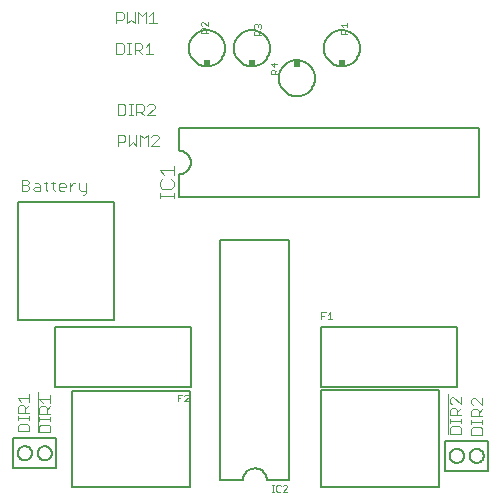
<source format=gto>
G75*
G70*
%OFA0B0*%
%FSLAX24Y24*%
%IPPOS*%
%LPD*%
%AMOC8*
5,1,8,0,0,1.08239X$1,22.5*
%
%ADD10C,0.0030*%
%ADD11C,0.0080*%
%ADD12C,0.0050*%
%ADD13C,0.0060*%
%ADD14C,0.0020*%
%ADD15R,0.0240X0.0230*%
%ADD16C,0.0040*%
D10*
X001118Y002217D02*
X001118Y002402D01*
X001180Y002464D01*
X001427Y002464D01*
X001488Y002402D01*
X001488Y002217D01*
X001118Y002217D01*
X001118Y002586D02*
X001118Y002709D01*
X001118Y002647D02*
X001488Y002647D01*
X001488Y002586D02*
X001488Y002709D01*
X001488Y002831D02*
X001118Y002831D01*
X001118Y003016D01*
X001180Y003078D01*
X001303Y003078D01*
X001365Y003016D01*
X001365Y002831D01*
X001365Y002954D02*
X001488Y003078D01*
X001488Y003199D02*
X001488Y003446D01*
X001488Y003323D02*
X001118Y003323D01*
X001241Y003199D01*
X001838Y003293D02*
X002208Y003293D01*
X002208Y003416D02*
X002208Y003169D01*
X002208Y003048D02*
X002085Y002924D01*
X002085Y002986D02*
X002085Y002801D01*
X002208Y002801D02*
X001838Y002801D01*
X001838Y002986D01*
X001900Y003048D01*
X002023Y003048D01*
X002085Y002986D01*
X001961Y003169D02*
X001838Y003293D01*
X001778Y003523D02*
X001778Y002172D01*
X001838Y002187D02*
X001838Y002372D01*
X001900Y002434D01*
X002147Y002434D01*
X002208Y002372D01*
X002208Y002187D01*
X001838Y002187D01*
X001838Y002556D02*
X001838Y002679D01*
X001838Y002617D02*
X002208Y002617D01*
X002208Y002556D02*
X002208Y002679D01*
X003275Y010104D02*
X003336Y010104D01*
X003398Y010166D01*
X003398Y010474D01*
X003398Y010227D02*
X003213Y010227D01*
X003151Y010289D01*
X003151Y010474D01*
X003029Y010474D02*
X002968Y010474D01*
X002844Y010351D01*
X002723Y010351D02*
X002476Y010351D01*
X002476Y010412D02*
X002538Y010474D01*
X002661Y010474D01*
X002723Y010412D01*
X002723Y010351D01*
X002661Y010227D02*
X002538Y010227D01*
X002476Y010289D01*
X002476Y010412D01*
X002354Y010474D02*
X002230Y010474D01*
X002292Y010536D02*
X002292Y010289D01*
X002354Y010227D01*
X002108Y010227D02*
X002047Y010289D01*
X002047Y010536D01*
X002108Y010474D02*
X001985Y010474D01*
X001863Y010412D02*
X001863Y010227D01*
X001678Y010227D01*
X001617Y010289D01*
X001678Y010351D01*
X001863Y010351D01*
X001863Y010412D02*
X001802Y010474D01*
X001678Y010474D01*
X001495Y010474D02*
X001433Y010412D01*
X001248Y010412D01*
X001248Y010227D02*
X001433Y010227D01*
X001495Y010289D01*
X001495Y010351D01*
X001433Y010412D01*
X001495Y010474D02*
X001495Y010536D01*
X001433Y010598D01*
X001248Y010598D01*
X001248Y010227D01*
X002844Y010227D02*
X002844Y010474D01*
X004458Y011727D02*
X004458Y012098D01*
X004643Y012098D01*
X004705Y012036D01*
X004705Y011912D01*
X004643Y011851D01*
X004458Y011851D01*
X004827Y011727D02*
X004827Y012098D01*
X005073Y012098D02*
X005073Y011727D01*
X004950Y011851D01*
X004827Y011727D01*
X005195Y011727D02*
X005195Y012098D01*
X005318Y011974D01*
X005442Y012098D01*
X005442Y011727D01*
X005563Y011727D02*
X005810Y011974D01*
X005810Y012036D01*
X005748Y012098D01*
X005625Y012098D01*
X005563Y012036D01*
X005563Y011727D02*
X005810Y011727D01*
X005687Y012747D02*
X005440Y012747D01*
X005687Y012994D01*
X005687Y013056D01*
X005626Y013118D01*
X005502Y013118D01*
X005440Y013056D01*
X005319Y013056D02*
X005319Y012932D01*
X005257Y012871D01*
X005072Y012871D01*
X005196Y012871D02*
X005319Y012747D01*
X005072Y012747D02*
X005072Y013118D01*
X005257Y013118D01*
X005319Y013056D01*
X004950Y013118D02*
X004827Y013118D01*
X004888Y013118D02*
X004888Y012747D01*
X004827Y012747D02*
X004950Y012747D01*
X004705Y012809D02*
X004705Y013056D01*
X004643Y013118D01*
X004458Y013118D01*
X004458Y012747D01*
X004643Y012747D01*
X004705Y012809D01*
X004767Y014787D02*
X004890Y014787D01*
X004828Y014787D02*
X004828Y015158D01*
X004767Y015158D02*
X004890Y015158D01*
X005012Y015158D02*
X005197Y015158D01*
X005259Y015096D01*
X005259Y014972D01*
X005197Y014911D01*
X005012Y014911D01*
X005136Y014911D02*
X005259Y014787D01*
X005380Y014787D02*
X005627Y014787D01*
X005504Y014787D02*
X005504Y015158D01*
X005380Y015034D01*
X005012Y015158D02*
X005012Y014787D01*
X004645Y014849D02*
X004645Y015096D01*
X004583Y015158D01*
X004398Y015158D01*
X004398Y014787D01*
X004583Y014787D01*
X004645Y014849D01*
X004767Y015807D02*
X004890Y015931D01*
X005013Y015807D01*
X005013Y016178D01*
X005135Y016178D02*
X005258Y016054D01*
X005382Y016178D01*
X005382Y015807D01*
X005503Y015807D02*
X005750Y015807D01*
X005627Y015807D02*
X005627Y016178D01*
X005503Y016054D01*
X005135Y016178D02*
X005135Y015807D01*
X004767Y015807D02*
X004767Y016178D01*
X004645Y016116D02*
X004645Y015992D01*
X004583Y015931D01*
X004398Y015931D01*
X004398Y015807D02*
X004398Y016178D01*
X004583Y016178D01*
X004645Y016116D01*
X015458Y003463D02*
X015458Y002112D01*
X015518Y002127D02*
X015518Y002312D01*
X015580Y002374D01*
X015827Y002374D01*
X015888Y002312D01*
X015888Y002127D01*
X015518Y002127D01*
X015518Y002496D02*
X015518Y002619D01*
X015518Y002557D02*
X015888Y002557D01*
X015888Y002496D02*
X015888Y002619D01*
X015888Y002741D02*
X015518Y002741D01*
X015518Y002926D01*
X015580Y002988D01*
X015703Y002988D01*
X015765Y002926D01*
X015765Y002741D01*
X015765Y002864D02*
X015888Y002988D01*
X015888Y003109D02*
X015641Y003356D01*
X015580Y003356D01*
X015518Y003294D01*
X015518Y003171D01*
X015580Y003109D01*
X015888Y003109D02*
X015888Y003356D01*
X016238Y003264D02*
X016238Y003141D01*
X016300Y003079D01*
X016300Y002958D02*
X016423Y002958D01*
X016485Y002896D01*
X016485Y002711D01*
X016608Y002711D02*
X016238Y002711D01*
X016238Y002896D01*
X016300Y002958D01*
X016485Y002834D02*
X016608Y002958D01*
X016608Y003079D02*
X016361Y003326D01*
X016300Y003326D01*
X016238Y003264D01*
X016608Y003326D02*
X016608Y003079D01*
X016608Y002589D02*
X016608Y002466D01*
X016608Y002527D02*
X016238Y002527D01*
X016238Y002466D02*
X016238Y002589D01*
X016300Y002344D02*
X016238Y002282D01*
X016238Y002097D01*
X016608Y002097D01*
X016608Y002282D01*
X016547Y002344D01*
X016300Y002344D01*
D11*
X000963Y001992D02*
X000963Y000972D01*
X002403Y000972D01*
X002403Y001992D01*
X000963Y001992D01*
X001119Y001482D02*
X001121Y001512D01*
X001127Y001541D01*
X001136Y001570D01*
X001149Y001597D01*
X001165Y001622D01*
X001185Y001645D01*
X001207Y001665D01*
X001232Y001682D01*
X001258Y001696D01*
X001286Y001706D01*
X001316Y001713D01*
X001345Y001716D01*
X001375Y001715D01*
X001405Y001710D01*
X001434Y001702D01*
X001461Y001689D01*
X001487Y001674D01*
X001510Y001655D01*
X001531Y001634D01*
X001549Y001610D01*
X001564Y001584D01*
X001575Y001556D01*
X001583Y001527D01*
X001587Y001497D01*
X001587Y001467D01*
X001583Y001437D01*
X001575Y001408D01*
X001564Y001380D01*
X001549Y001354D01*
X001531Y001330D01*
X001510Y001309D01*
X001487Y001290D01*
X001461Y001275D01*
X001434Y001262D01*
X001405Y001254D01*
X001375Y001249D01*
X001345Y001248D01*
X001316Y001251D01*
X001286Y001258D01*
X001258Y001268D01*
X001232Y001282D01*
X001207Y001299D01*
X001185Y001319D01*
X001165Y001342D01*
X001149Y001367D01*
X001136Y001394D01*
X001127Y001423D01*
X001121Y001452D01*
X001119Y001482D01*
X001779Y001482D02*
X001781Y001512D01*
X001787Y001541D01*
X001796Y001570D01*
X001809Y001597D01*
X001825Y001622D01*
X001845Y001645D01*
X001867Y001665D01*
X001892Y001682D01*
X001918Y001696D01*
X001946Y001706D01*
X001976Y001713D01*
X002005Y001716D01*
X002035Y001715D01*
X002065Y001710D01*
X002094Y001702D01*
X002121Y001689D01*
X002147Y001674D01*
X002170Y001655D01*
X002191Y001634D01*
X002209Y001610D01*
X002224Y001584D01*
X002235Y001556D01*
X002243Y001527D01*
X002247Y001497D01*
X002247Y001467D01*
X002243Y001437D01*
X002235Y001408D01*
X002224Y001380D01*
X002209Y001354D01*
X002191Y001330D01*
X002170Y001309D01*
X002147Y001290D01*
X002121Y001275D01*
X002094Y001262D01*
X002065Y001254D01*
X002035Y001249D01*
X002005Y001248D01*
X001976Y001251D01*
X001946Y001258D01*
X001918Y001268D01*
X001892Y001282D01*
X001867Y001299D01*
X001845Y001319D01*
X001825Y001342D01*
X001809Y001367D01*
X001796Y001394D01*
X001787Y001423D01*
X001781Y001452D01*
X001779Y001482D01*
X015363Y001902D02*
X015363Y000882D01*
X016803Y000882D01*
X016803Y001902D01*
X015363Y001902D01*
X015519Y001392D02*
X015521Y001422D01*
X015527Y001451D01*
X015536Y001480D01*
X015549Y001507D01*
X015565Y001532D01*
X015585Y001555D01*
X015607Y001575D01*
X015632Y001592D01*
X015658Y001606D01*
X015686Y001616D01*
X015716Y001623D01*
X015745Y001626D01*
X015775Y001625D01*
X015805Y001620D01*
X015834Y001612D01*
X015861Y001599D01*
X015887Y001584D01*
X015910Y001565D01*
X015931Y001544D01*
X015949Y001520D01*
X015964Y001494D01*
X015975Y001466D01*
X015983Y001437D01*
X015987Y001407D01*
X015987Y001377D01*
X015983Y001347D01*
X015975Y001318D01*
X015964Y001290D01*
X015949Y001264D01*
X015931Y001240D01*
X015910Y001219D01*
X015887Y001200D01*
X015861Y001185D01*
X015834Y001172D01*
X015805Y001164D01*
X015775Y001159D01*
X015745Y001158D01*
X015716Y001161D01*
X015686Y001168D01*
X015658Y001178D01*
X015632Y001192D01*
X015607Y001209D01*
X015585Y001229D01*
X015565Y001252D01*
X015549Y001277D01*
X015536Y001304D01*
X015527Y001333D01*
X015521Y001362D01*
X015519Y001392D01*
X016179Y001392D02*
X016181Y001422D01*
X016187Y001451D01*
X016196Y001480D01*
X016209Y001507D01*
X016225Y001532D01*
X016245Y001555D01*
X016267Y001575D01*
X016292Y001592D01*
X016318Y001606D01*
X016346Y001616D01*
X016376Y001623D01*
X016405Y001626D01*
X016435Y001625D01*
X016465Y001620D01*
X016494Y001612D01*
X016521Y001599D01*
X016547Y001584D01*
X016570Y001565D01*
X016591Y001544D01*
X016609Y001520D01*
X016624Y001494D01*
X016635Y001466D01*
X016643Y001437D01*
X016647Y001407D01*
X016647Y001377D01*
X016643Y001347D01*
X016635Y001318D01*
X016624Y001290D01*
X016609Y001264D01*
X016591Y001240D01*
X016570Y001219D01*
X016547Y001200D01*
X016521Y001185D01*
X016494Y001172D01*
X016465Y001164D01*
X016435Y001159D01*
X016405Y001158D01*
X016376Y001161D01*
X016346Y001168D01*
X016318Y001178D01*
X016292Y001192D01*
X016267Y001209D01*
X016245Y001229D01*
X016225Y001252D01*
X016209Y001277D01*
X016196Y001304D01*
X016187Y001333D01*
X016181Y001362D01*
X016179Y001392D01*
D12*
X015147Y000343D02*
X015147Y003572D01*
X011210Y003572D01*
X011210Y000343D01*
X015147Y000343D01*
X015750Y003687D02*
X015750Y005697D01*
X011229Y005697D01*
X011229Y003687D01*
X015750Y003687D01*
X006878Y003687D02*
X002357Y003687D01*
X002357Y005697D01*
X006878Y005697D01*
X006878Y003687D01*
X006865Y003571D02*
X006865Y000342D01*
X002928Y000342D01*
X002928Y003571D01*
X006865Y003571D01*
X004341Y005934D02*
X001113Y005934D01*
X001113Y009871D01*
X004341Y009871D01*
X004341Y005934D01*
D13*
X007872Y008579D02*
X010172Y008579D01*
X010172Y000579D01*
X009422Y000579D01*
X009420Y000618D01*
X009414Y000657D01*
X009405Y000695D01*
X009392Y000732D01*
X009375Y000768D01*
X009355Y000801D01*
X009331Y000833D01*
X009305Y000862D01*
X009276Y000888D01*
X009244Y000912D01*
X009211Y000932D01*
X009175Y000949D01*
X009138Y000962D01*
X009100Y000971D01*
X009061Y000977D01*
X009022Y000979D01*
X008983Y000977D01*
X008944Y000971D01*
X008906Y000962D01*
X008869Y000949D01*
X008833Y000932D01*
X008800Y000912D01*
X008768Y000888D01*
X008739Y000862D01*
X008713Y000833D01*
X008689Y000801D01*
X008669Y000768D01*
X008652Y000732D01*
X008639Y000695D01*
X008630Y000657D01*
X008624Y000618D01*
X008622Y000579D01*
X007872Y000579D01*
X007872Y008579D01*
X006483Y010022D02*
X006483Y010772D01*
X006522Y010774D01*
X006561Y010780D01*
X006599Y010789D01*
X006636Y010802D01*
X006672Y010819D01*
X006705Y010839D01*
X006737Y010863D01*
X006766Y010889D01*
X006792Y010918D01*
X006816Y010950D01*
X006836Y010983D01*
X006853Y011019D01*
X006866Y011056D01*
X006875Y011094D01*
X006881Y011133D01*
X006883Y011172D01*
X006881Y011211D01*
X006875Y011250D01*
X006866Y011288D01*
X006853Y011325D01*
X006836Y011361D01*
X006816Y011394D01*
X006792Y011426D01*
X006766Y011455D01*
X006737Y011481D01*
X006705Y011505D01*
X006672Y011525D01*
X006636Y011542D01*
X006599Y011555D01*
X006561Y011564D01*
X006522Y011570D01*
X006483Y011572D01*
X006483Y012322D01*
X016483Y012322D01*
X016483Y010022D01*
X006483Y010022D01*
X009823Y013982D02*
X009825Y014031D01*
X009831Y014079D01*
X009841Y014127D01*
X009855Y014174D01*
X009872Y014220D01*
X009893Y014264D01*
X009918Y014306D01*
X009946Y014346D01*
X009978Y014384D01*
X010012Y014419D01*
X010049Y014451D01*
X010088Y014480D01*
X010130Y014506D01*
X010174Y014528D01*
X010219Y014546D01*
X010266Y014561D01*
X010313Y014572D01*
X010362Y014579D01*
X010411Y014582D01*
X010460Y014581D01*
X010508Y014576D01*
X010557Y014567D01*
X010604Y014554D01*
X010650Y014537D01*
X010694Y014517D01*
X010737Y014493D01*
X010778Y014466D01*
X010816Y014435D01*
X010852Y014402D01*
X010884Y014366D01*
X010914Y014327D01*
X010941Y014286D01*
X010964Y014242D01*
X010983Y014197D01*
X010999Y014151D01*
X011011Y014104D01*
X011019Y014055D01*
X011023Y014006D01*
X011023Y013958D01*
X011019Y013909D01*
X011011Y013860D01*
X010999Y013813D01*
X010983Y013767D01*
X010964Y013722D01*
X010941Y013678D01*
X010914Y013637D01*
X010884Y013598D01*
X010852Y013562D01*
X010816Y013529D01*
X010778Y013498D01*
X010737Y013471D01*
X010694Y013447D01*
X010650Y013427D01*
X010604Y013410D01*
X010557Y013397D01*
X010508Y013388D01*
X010460Y013383D01*
X010411Y013382D01*
X010362Y013385D01*
X010313Y013392D01*
X010266Y013403D01*
X010219Y013418D01*
X010174Y013436D01*
X010130Y013458D01*
X010088Y013484D01*
X010049Y013513D01*
X010012Y013545D01*
X009978Y013580D01*
X009946Y013618D01*
X009918Y013658D01*
X009893Y013700D01*
X009872Y013744D01*
X009855Y013790D01*
X009841Y013837D01*
X009831Y013885D01*
X009825Y013933D01*
X009823Y013982D01*
X008323Y014982D02*
X008325Y015031D01*
X008331Y015079D01*
X008341Y015127D01*
X008355Y015174D01*
X008372Y015220D01*
X008393Y015264D01*
X008418Y015306D01*
X008446Y015346D01*
X008478Y015384D01*
X008512Y015419D01*
X008549Y015451D01*
X008588Y015480D01*
X008630Y015506D01*
X008674Y015528D01*
X008719Y015546D01*
X008766Y015561D01*
X008813Y015572D01*
X008862Y015579D01*
X008911Y015582D01*
X008960Y015581D01*
X009008Y015576D01*
X009057Y015567D01*
X009104Y015554D01*
X009150Y015537D01*
X009194Y015517D01*
X009237Y015493D01*
X009278Y015466D01*
X009316Y015435D01*
X009352Y015402D01*
X009384Y015366D01*
X009414Y015327D01*
X009441Y015286D01*
X009464Y015242D01*
X009483Y015197D01*
X009499Y015151D01*
X009511Y015104D01*
X009519Y015055D01*
X009523Y015006D01*
X009523Y014958D01*
X009519Y014909D01*
X009511Y014860D01*
X009499Y014813D01*
X009483Y014767D01*
X009464Y014722D01*
X009441Y014678D01*
X009414Y014637D01*
X009384Y014598D01*
X009352Y014562D01*
X009316Y014529D01*
X009278Y014498D01*
X009237Y014471D01*
X009194Y014447D01*
X009150Y014427D01*
X009104Y014410D01*
X009057Y014397D01*
X009008Y014388D01*
X008960Y014383D01*
X008911Y014382D01*
X008862Y014385D01*
X008813Y014392D01*
X008766Y014403D01*
X008719Y014418D01*
X008674Y014436D01*
X008630Y014458D01*
X008588Y014484D01*
X008549Y014513D01*
X008512Y014545D01*
X008478Y014580D01*
X008446Y014618D01*
X008418Y014658D01*
X008393Y014700D01*
X008372Y014744D01*
X008355Y014790D01*
X008341Y014837D01*
X008331Y014885D01*
X008325Y014933D01*
X008323Y014982D01*
X006823Y014982D02*
X006825Y015031D01*
X006831Y015079D01*
X006841Y015127D01*
X006855Y015174D01*
X006872Y015220D01*
X006893Y015264D01*
X006918Y015306D01*
X006946Y015346D01*
X006978Y015384D01*
X007012Y015419D01*
X007049Y015451D01*
X007088Y015480D01*
X007130Y015506D01*
X007174Y015528D01*
X007219Y015546D01*
X007266Y015561D01*
X007313Y015572D01*
X007362Y015579D01*
X007411Y015582D01*
X007460Y015581D01*
X007508Y015576D01*
X007557Y015567D01*
X007604Y015554D01*
X007650Y015537D01*
X007694Y015517D01*
X007737Y015493D01*
X007778Y015466D01*
X007816Y015435D01*
X007852Y015402D01*
X007884Y015366D01*
X007914Y015327D01*
X007941Y015286D01*
X007964Y015242D01*
X007983Y015197D01*
X007999Y015151D01*
X008011Y015104D01*
X008019Y015055D01*
X008023Y015006D01*
X008023Y014958D01*
X008019Y014909D01*
X008011Y014860D01*
X007999Y014813D01*
X007983Y014767D01*
X007964Y014722D01*
X007941Y014678D01*
X007914Y014637D01*
X007884Y014598D01*
X007852Y014562D01*
X007816Y014529D01*
X007778Y014498D01*
X007737Y014471D01*
X007694Y014447D01*
X007650Y014427D01*
X007604Y014410D01*
X007557Y014397D01*
X007508Y014388D01*
X007460Y014383D01*
X007411Y014382D01*
X007362Y014385D01*
X007313Y014392D01*
X007266Y014403D01*
X007219Y014418D01*
X007174Y014436D01*
X007130Y014458D01*
X007088Y014484D01*
X007049Y014513D01*
X007012Y014545D01*
X006978Y014580D01*
X006946Y014618D01*
X006918Y014658D01*
X006893Y014700D01*
X006872Y014744D01*
X006855Y014790D01*
X006841Y014837D01*
X006831Y014885D01*
X006825Y014933D01*
X006823Y014982D01*
X011323Y014982D02*
X011325Y015031D01*
X011331Y015079D01*
X011341Y015127D01*
X011355Y015174D01*
X011372Y015220D01*
X011393Y015264D01*
X011418Y015306D01*
X011446Y015346D01*
X011478Y015384D01*
X011512Y015419D01*
X011549Y015451D01*
X011588Y015480D01*
X011630Y015506D01*
X011674Y015528D01*
X011719Y015546D01*
X011766Y015561D01*
X011813Y015572D01*
X011862Y015579D01*
X011911Y015582D01*
X011960Y015581D01*
X012008Y015576D01*
X012057Y015567D01*
X012104Y015554D01*
X012150Y015537D01*
X012194Y015517D01*
X012237Y015493D01*
X012278Y015466D01*
X012316Y015435D01*
X012352Y015402D01*
X012384Y015366D01*
X012414Y015327D01*
X012441Y015286D01*
X012464Y015242D01*
X012483Y015197D01*
X012499Y015151D01*
X012511Y015104D01*
X012519Y015055D01*
X012523Y015006D01*
X012523Y014958D01*
X012519Y014909D01*
X012511Y014860D01*
X012499Y014813D01*
X012483Y014767D01*
X012464Y014722D01*
X012441Y014678D01*
X012414Y014637D01*
X012384Y014598D01*
X012352Y014562D01*
X012316Y014529D01*
X012278Y014498D01*
X012237Y014471D01*
X012194Y014447D01*
X012150Y014427D01*
X012104Y014410D01*
X012057Y014397D01*
X012008Y014388D01*
X011960Y014383D01*
X011911Y014382D01*
X011862Y014385D01*
X011813Y014392D01*
X011766Y014403D01*
X011719Y014418D01*
X011674Y014436D01*
X011630Y014458D01*
X011588Y014484D01*
X011549Y014513D01*
X011512Y014545D01*
X011478Y014580D01*
X011446Y014618D01*
X011418Y014658D01*
X011393Y014700D01*
X011372Y014744D01*
X011355Y014790D01*
X011341Y014837D01*
X011331Y014885D01*
X011325Y014933D01*
X011323Y014982D01*
D14*
X011883Y015470D02*
X011883Y015580D01*
X011920Y015617D01*
X011993Y015617D01*
X012030Y015580D01*
X012030Y015470D01*
X012103Y015470D02*
X011883Y015470D01*
X012030Y015544D02*
X012103Y015617D01*
X012103Y015691D02*
X012103Y015838D01*
X012103Y015765D02*
X011883Y015765D01*
X011957Y015691D01*
X009773Y014453D02*
X009553Y014453D01*
X009663Y014343D01*
X009663Y014490D01*
X009663Y014269D02*
X009700Y014232D01*
X009700Y014122D01*
X009773Y014122D02*
X009553Y014122D01*
X009553Y014232D01*
X009590Y014269D01*
X009663Y014269D01*
X009700Y014196D02*
X009773Y014269D01*
X009223Y015410D02*
X009003Y015410D01*
X009003Y015520D01*
X009040Y015557D01*
X009113Y015557D01*
X009150Y015520D01*
X009150Y015410D01*
X009150Y015484D02*
X009223Y015557D01*
X009187Y015631D02*
X009223Y015668D01*
X009223Y015741D01*
X009187Y015778D01*
X009150Y015778D01*
X009113Y015741D01*
X009113Y015705D01*
X009113Y015741D02*
X009077Y015778D01*
X009040Y015778D01*
X009003Y015741D01*
X009003Y015668D01*
X009040Y015631D01*
X007453Y015647D02*
X007380Y015574D01*
X007380Y015610D02*
X007380Y015500D01*
X007453Y015500D02*
X007233Y015500D01*
X007233Y015610D01*
X007270Y015647D01*
X007343Y015647D01*
X007380Y015610D01*
X007453Y015721D02*
X007307Y015868D01*
X007270Y015868D01*
X007233Y015831D01*
X007233Y015758D01*
X007270Y015721D01*
X007453Y015721D02*
X007453Y015868D01*
X011239Y006178D02*
X011385Y006178D01*
X011460Y006105D02*
X011533Y006178D01*
X011533Y005958D01*
X011460Y005958D02*
X011606Y005958D01*
X011312Y006068D02*
X011239Y006068D01*
X011239Y005958D02*
X011239Y006178D01*
X006814Y003390D02*
X006777Y003426D01*
X006704Y003426D01*
X006667Y003390D01*
X006593Y003426D02*
X006446Y003426D01*
X006446Y003206D01*
X006446Y003316D02*
X006519Y003316D01*
X006667Y003206D02*
X006814Y003353D01*
X006814Y003390D01*
X006814Y003206D02*
X006667Y003206D01*
X009593Y000419D02*
X009666Y000419D01*
X009630Y000419D02*
X009630Y000199D01*
X009666Y000199D02*
X009593Y000199D01*
X009740Y000236D02*
X009740Y000383D01*
X009777Y000419D01*
X009851Y000419D01*
X009887Y000383D01*
X009961Y000383D02*
X009998Y000419D01*
X010071Y000419D01*
X010108Y000383D01*
X010108Y000346D01*
X009961Y000199D01*
X010108Y000199D01*
X009887Y000236D02*
X009851Y000199D01*
X009777Y000199D01*
X009740Y000236D01*
D15*
X010423Y014467D03*
X011923Y014497D03*
X008923Y014497D03*
X007423Y014497D03*
D16*
X006313Y011066D02*
X006313Y010759D01*
X006313Y010913D02*
X005853Y010913D01*
X006006Y010759D01*
X005930Y010606D02*
X005853Y010529D01*
X005853Y010376D01*
X005930Y010299D01*
X006237Y010299D01*
X006313Y010376D01*
X006313Y010529D01*
X006237Y010606D01*
X006313Y010146D02*
X006313Y009992D01*
X006313Y010069D02*
X005853Y010069D01*
X005853Y009992D02*
X005853Y010146D01*
M02*

</source>
